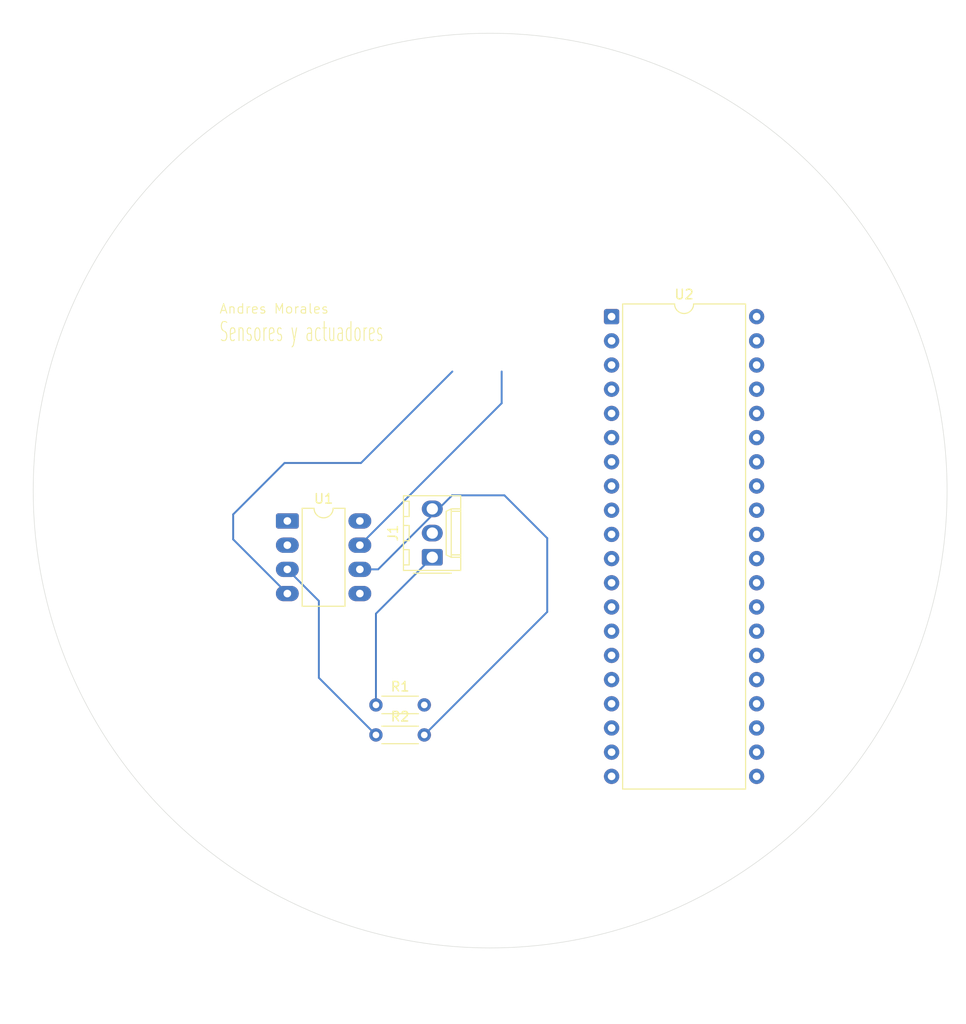
<source format=kicad_pcb>
(kicad_pcb (version 20241229) (generator "pcbnew") (generator_version "9.0")
  (layers (0 "F.Cu" signal) (2 "B.Cu" signal) (13 "F.Paste" user) (15 "B.Paste" user) (5 "F.SilkS" user "F.Silkscreen") (7 "B.SilkS" user "B.Silkscreen") (1 "F.Mask" user) (3 "B.Mask" user) (25 "Edge.Cuts" user))
  (net 0 "")
  (net 41 "Net-(J1-Pin_1)")
  (net 44 "+9V")
  (net 45 "GNDA")
  (net 46 "Net-(U1-+)")
  (net 47 "Net-(R2-Pad2)")
  (footprint "Connector_Molex:Molex_KK-254_AE-6410-03A_1x03_P2.54mm_Vertical" (layer "F.Cu") (at 137.92 84 90)
    (property "Reference" "J1" (at 2.54 -4.12 90) (layer "F.SilkS"))
    (property "Value" "Conn_01x03_Pin")
    (fp_line (start 6.46 -3.03) (end -1.38 -3.03) (stroke (width 0.12)) (layer "F.SilkS"))
    (fp_line (start 4.28 -3.03) (end 4.28 -2.43) (stroke (width 0.12)) (layer "F.SilkS"))
    (fp_line (start 1.74 -3.03) (end 1.74 -2.43) (stroke (width 0.12)) (layer "F.SilkS"))
    (fp_line (start -0.8 -3.03) (end -0.8 -2.43) (stroke (width 0.12)) (layer "F.SilkS"))
    (fp_line (start -1.38 -3.03) (end -1.38 2.99) (stroke (width 0.12)) (layer "F.SilkS"))
    (fp_line (start 5.88 -2.43) (end 5.88 -3.03) (stroke (width 0.12)) (layer "F.SilkS"))
    (fp_line (start 4.28 -2.43) (end 5.88 -2.43) (stroke (width 0.12)) (layer "F.SilkS"))
    (fp_line (start 3.34 -2.43) (end 3.34 -3.03) (stroke (width 0.12)) (layer "F.SilkS"))
    (fp_line (start 1.74 -2.43) (end 3.34 -2.43) (stroke (width 0.12)) (layer "F.SilkS"))
    (fp_line (start 0.8 -2.43) (end 0.8 -3.03) (stroke (width 0.12)) (layer "F.SilkS"))
    (fp_line (start -0.8 -2.43) (end 0.8 -2.43) (stroke (width 0.12)) (layer "F.SilkS"))
    (fp_line (start -1.67 -2) (end -1.67 2) (stroke (width 0.12)) (layer "F.SilkS"))
    (fp_line (start 4.83 1.46) (end 5.08 1.99) (stroke (width 0.12)) (layer "F.SilkS"))
    (fp_line (start 0.25 1.46) (end 4.83 1.46) (stroke (width 0.12)) (layer "F.SilkS"))
    (fp_line (start 5.08 1.99) (end 5.08 2.99) (stroke (width 0.12)) (layer "F.SilkS"))
    (fp_line (start 0 1.99) (end 0.25 1.46) (stroke (width 0.12)) (layer "F.SilkS"))
    (fp_line (start 0 1.99) (end 5.08 1.99) (stroke (width 0.12)) (layer "F.SilkS"))
    (fp_line (start 6.46 2.99) (end 6.46 -3.03) (stroke (width 0.12)) (layer "F.SilkS"))
    (fp_line (start 4.83 2.99) (end 4.83 1.99) (stroke (width 0.12)) (layer "F.SilkS"))
    (fp_line (start 0.25 2.99) (end 0.25 1.99) (stroke (width 0.12)) (layer "F.SilkS"))
    (fp_line (start 0 2.99) (end 0 1.99) (stroke (width 0.12)) (layer "F.SilkS"))
    (fp_line (start -1.38 2.99) (end 6.46 2.99) (stroke (width 0.12)) (layer "F.SilkS"))
    (pad "1" thru_hole roundrect (at 0 0 90) (size 1.74 2.19) (drill 1.19) (layers "*.Cu" "*.Mask") (roundrect_rratio 0.143678) (net 41 "Net-(J1-Pin_1)"))
    (pad "2" thru_hole oval (at 2.54 0 90) (size 1.74 2.19) (drill 1.19) (layers "*.Cu" "*.Mask"))
    (pad "3" thru_hole oval (at 5.08 0 90) (size 1.74 2.19) (drill 1.19) (layers "*.Cu" "*.Mask"))
  )
  (footprint "Resistor_THT:R_Axial_DIN0204_L3.6mm_D1.6mm_P5.08mm_Horizontal" (layer "F.Cu") (at 132 99.5)
    (property "Reference" "R1" (at 2.54 -1.92 0) (layer "F.SilkS"))
    (property "Value" "R")
    (fp_line (start 0.62 -0.92) (end 4.46 -0.92) (stroke (width 0.12)) (layer "F.SilkS"))
    (fp_line (start 0.62 0.92) (end 4.46 0.92) (stroke (width 0.12)) (layer "F.SilkS"))
    (pad "1" thru_hole circle (at 0 0) (size 1.4 1.4) (drill 0.7) (layers "*.Cu" "*.Mask") (net 41 "Net-(J1-Pin_1)"))
    (pad "2" thru_hole circle (at 5.08 0) (size 1.4 1.4) (drill 0.7) (layers "*.Cu" "*.Mask") (net 46 "Net-(U1-+)"))
  )
  (footprint "Resistor_THT:R_Axial_DIN0204_L3.6mm_D1.6mm_P5.08mm_Horizontal" (layer "F.Cu") (at 132 102.65)
    (property "Reference" "R2" (at 2.54 -1.92 0) (layer "F.SilkS"))
    (property "Value" "R")
    (fp_line (start 0.62 -0.92) (end 4.46 -0.92) (stroke (width 0.12)) (layer "F.SilkS"))
    (fp_line (start 0.62 0.92) (end 4.46 0.92) (stroke (width 0.12)) (layer "F.SilkS"))
    (pad "1" thru_hole circle (at 0 0) (size 1.4 1.4) (drill 0.7) (layers "*.Cu" "*.Mask") (net 46 "Net-(U1-+)"))
    (pad "2" thru_hole circle (at 5.08 0) (size 1.4 1.4) (drill 0.7) (layers "*.Cu" "*.Mask") (net 47 "Net-(R2-Pad2)"))
  )
  (footprint "Package_DIP:DIP-8_W7.62mm_LongPads" (layer "F.Cu") (at 122.69 80.19)
    (property "Reference" "U1" (at 3.81 -2.33 0) (layer "F.SilkS"))
    (property "Value" "LM741")
    (fp_line (start 1.56 -1.33) (end 1.56 8.95) (stroke (width 0.12)) (layer "F.SilkS"))
    (fp_line (start 1.56 8.95) (end 6.06 8.95) (stroke (width 0.12)) (layer "F.SilkS"))
    (fp_line (start 2.81 -1.33) (end 1.56 -1.33) (stroke (width 0.12)) (layer "F.SilkS"))
    (fp_line (start 6.06 -1.33) (end 4.81 -1.33) (stroke (width 0.12)) (layer "F.SilkS"))
    (fp_line (start 6.06 8.95) (end 6.06 -1.33) (stroke (width 0.12)) (layer "F.SilkS"))
    (fp_arc (start 4.81 -1.33) (mid 3.81 -0.33) (end 2.81 -1.33) (stroke (width 0.12)) (layer "F.SilkS"))
    (pad "1" thru_hole roundrect (at 0 0) (size 2.4 1.6) (drill 0.8) (layers "*.Cu" "*.Mask") (roundrect_rratio 0.15625))
    (pad "2" thru_hole oval (at 0 2.54) (size 2.4 1.6) (drill 0.8) (layers "*.Cu" "*.Mask"))
    (pad "3" thru_hole oval (at 0 5.08) (size 2.4 1.6) (drill 0.8) (layers "*.Cu" "*.Mask") (net 46 "Net-(U1-+)"))
    (pad "4" thru_hole oval (at 0 7.62) (size 2.4 1.6) (drill 0.8) (layers "*.Cu" "*.Mask") (net 45 "GNDA"))
    (pad "5" thru_hole oval (at 7.62 7.62) (size 2.4 1.6) (drill 0.8) (layers "*.Cu" "*.Mask"))
    (pad "6" thru_hole oval (at 7.62 5.08) (size 2.4 1.6) (drill 0.8) (layers "*.Cu" "*.Mask") (net 47 "Net-(R2-Pad2)"))
    (pad "7" thru_hole oval (at 7.62 2.54) (size 2.4 1.6) (drill 0.8) (layers "*.Cu" "*.Mask") (net 44 "+9V"))
    (pad "8" thru_hole oval (at 7.62 0) (size 2.4 1.6) (drill 0.8) (layers "*.Cu" "*.Mask"))
  )
  (footprint "Package_DIP:DIP-40_W15.24mm" (layer "F.Cu") (at 156.76 58.74)
    (property "Reference" "U2" (at 7.62 -2.33 0) (layer "F.SilkS"))
    (property "Value" "PIC18F4550-IP")
    (fp_line (start 1.16 -1.33) (end 1.16 49.59) (stroke (width 0.12)) (layer "F.SilkS"))
    (fp_line (start 1.16 49.59) (end 14.08 49.59) (stroke (width 0.12)) (layer "F.SilkS"))
    (fp_line (start 6.62 -1.33) (end 1.16 -1.33) (stroke (width 0.12)) (layer "F.SilkS"))
    (fp_line (start 14.08 -1.33) (end 8.62 -1.33) (stroke (width 0.12)) (layer "F.SilkS"))
    (fp_line (start 14.08 49.59) (end 14.08 -1.33) (stroke (width 0.12)) (layer "F.SilkS"))
    (fp_arc (start 8.62 -1.33) (mid 7.62 -0.33) (end 6.62 -1.33) (stroke (width 0.12)) (layer "F.SilkS"))
    (pad "1" thru_hole roundrect (at 0 0) (size 1.6 1.6) (drill 0.8) (layers "*.Cu" "*.Mask") (roundrect_rratio 0.15625))
    (pad "2" thru_hole circle (at 0 2.54) (size 1.6 1.6) (drill 0.8) (layers "*.Cu" "*.Mask"))
    (pad "3" thru_hole circle (at 0 5.08) (size 1.6 1.6) (drill 0.8) (layers "*.Cu" "*.Mask"))
    (pad "4" thru_hole circle (at 0 7.62) (size 1.6 1.6) (drill 0.8) (layers "*.Cu" "*.Mask"))
    (pad "5" thru_hole circle (at 0 10.16) (size 1.6 1.6) (drill 0.8) (layers "*.Cu" "*.Mask"))
    (pad "6" thru_hole circle (at 0 12.7) (size 1.6 1.6) (drill 0.8) (layers "*.Cu" "*.Mask"))
    (pad "7" thru_hole circle (at 0 15.24) (size 1.6 1.6) (drill 0.8) (layers "*.Cu" "*.Mask"))
    (pad "8" thru_hole circle (at 0 17.78) (size 1.6 1.6) (drill 0.8) (layers "*.Cu" "*.Mask"))
    (pad "9" thru_hole circle (at 0 20.32) (size 1.6 1.6) (drill 0.8) (layers "*.Cu" "*.Mask"))
    (pad "10" thru_hole circle (at 0 22.86) (size 1.6 1.6) (drill 0.8) (layers "*.Cu" "*.Mask"))
    (pad "11" thru_hole circle (at 0 25.4) (size 1.6 1.6) (drill 0.8) (layers "*.Cu" "*.Mask"))
    (pad "12" thru_hole circle (at 0 27.94) (size 1.6 1.6) (drill 0.8) (layers "*.Cu" "*.Mask"))
    (pad "13" thru_hole circle (at 0 30.48) (size 1.6 1.6) (drill 0.8) (layers "*.Cu" "*.Mask"))
    (pad "14" thru_hole circle (at 0 33.02) (size 1.6 1.6) (drill 0.8) (layers "*.Cu" "*.Mask"))
    (pad "15" thru_hole circle (at 0 35.56) (size 1.6 1.6) (drill 0.8) (layers "*.Cu" "*.Mask"))
    (pad "16" thru_hole circle (at 0 38.1) (size 1.6 1.6) (drill 0.8) (layers "*.Cu" "*.Mask"))
    (pad "17" thru_hole circle (at 0 40.64) (size 1.6 1.6) (drill 0.8) (layers "*.Cu" "*.Mask"))
    (pad "18" thru_hole circle (at 0 43.18) (size 1.6 1.6) (drill 0.8) (layers "*.Cu" "*.Mask"))
    (pad "19" thru_hole circle (at 0 45.72) (size 1.6 1.6) (drill 0.8) (layers "*.Cu" "*.Mask"))
    (pad "20" thru_hole circle (at 0 48.26) (size 1.6 1.6) (drill 0.8) (layers "*.Cu" "*.Mask"))
    (pad "21" thru_hole circle (at 15.24 48.26) (size 1.6 1.6) (drill 0.8) (layers "*.Cu" "*.Mask"))
    (pad "22" thru_hole circle (at 15.24 45.72) (size 1.6 1.6) (drill 0.8) (layers "*.Cu" "*.Mask"))
    (pad "23" thru_hole circle (at 15.24 43.18) (size 1.6 1.6) (drill 0.8) (layers "*.Cu" "*.Mask"))
    (pad "24" thru_hole circle (at 15.24 40.64) (size 1.6 1.6) (drill 0.8) (layers "*.Cu" "*.Mask"))
    (pad "25" thru_hole circle (at 15.24 38.1) (size 1.6 1.6) (drill 0.8) (layers "*.Cu" "*.Mask"))
    (pad "26" thru_hole circle (at 15.24 35.56) (size 1.6 1.6) (drill 0.8) (layers "*.Cu" "*.Mask"))
    (pad "27" thru_hole circle (at 15.24 33.02) (size 1.6 1.6) (drill 0.8) (layers "*.Cu" "*.Mask"))
    (pad "28" thru_hole circle (at 15.24 30.48) (size 1.6 1.6) (drill 0.8) (layers "*.Cu" "*.Mask"))
    (pad "29" thru_hole circle (at 15.24 27.94) (size 1.6 1.6) (drill 0.8) (layers "*.Cu" "*.Mask"))
    (pad "30" thru_hole circle (at 15.24 25.4) (size 1.6 1.6) (drill 0.8) (layers "*.Cu" "*.Mask"))
    (pad "31" thru_hole circle (at 15.24 22.86) (size 1.6 1.6) (drill 0.8) (layers "*.Cu" "*.Mask"))
    (pad "32" thru_hole circle (at 15.24 20.32) (size 1.6 1.6) (drill 0.8) (layers "*.Cu" "*.Mask"))
    (pad "33" thru_hole circle (at 15.24 17.78) (size 1.6 1.6) (drill 0.8) (layers "*.Cu" "*.Mask"))
    (pad "34" thru_hole circle (at 15.24 15.24) (size 1.6 1.6) (drill 0.8) (layers "*.Cu" "*.Mask"))
    (pad "35" thru_hole circle (at 15.24 12.7) (size 1.6 1.6) (drill 0.8) (layers "*.Cu" "*.Mask"))
    (pad "36" thru_hole circle (at 15.24 10.16) (size 1.6 1.6) (drill 0.8) (layers "*.Cu" "*.Mask"))
    (pad "37" thru_hole circle (at 15.24 7.62) (size 1.6 1.6) (drill 0.8) (layers "*.Cu" "*.Mask"))
    (pad "38" thru_hole circle (at 15.24 5.08) (size 1.6 1.6) (drill 0.8) (layers "*.Cu" "*.Mask"))
    (pad "39" thru_hole circle (at 15.24 2.54) (size 1.6 1.6) (drill 0.8) (layers "*.Cu" "*.Mask"))
    (pad "40" thru_hole circle (at 15.24 0) (size 1.6 1.6) (drill 0.8) (layers "*.Cu" "*.Mask"))
  )
  (gr_circle (center 144 77) (end 183 49) (stroke (width 0.05)) (fill no) (layer "Edge.Cuts"))
  (gr_text "Andres Morales" (at 115.5 58.5 0) (layer "F.SilkS") (effects (font (size 1 1) (thickness 0.1)) (justify left bottom)))
  (gr_text "Sensores y actuadores\n" (at 115.5 61.5 0) (layer "F.SilkS") (effects (font (size 2 1) (thickness 0.1)) (justify left bottom)))
  (segment (start 132 99.5) (end 132 89.92) (width 0.2) (layer "B.Cu") (net 41))
  (segment (start 132 89.92) (end 137.92 84) (width 0.2) (layer "B.Cu") (net 41))
  (segment (start 145.21 67.83) (end 130.31 82.73) (width 0.2) (layer "B.Cu") (net 44))
  (segment (start 145.21 64.5) (end 145.21 67.83) (width 0.2) (layer "B.Cu") (net 44))
  (segment (start 117 79.5) (end 122.399 74.101) (width 0.2) (layer "B.Cu") (net 45))
  (segment (start 122.399 74.101) (end 130.429 74.101) (width 0.2) (layer "B.Cu") (net 45))
  (segment (start 117 82.12) (end 117 79.5) (width 0.2) (layer "B.Cu") (net 45))
  (segment (start 122.69 87.81) (end 117 82.12) (width 0.2) (layer "B.Cu") (net 45))
  (segment (start 130.429 74.101) (end 140.03 64.5) (width 0.2) (layer "B.Cu") (net 45))
  (segment (start 126 96.65) (end 126 88.58) (width 0.2) (layer "B.Cu") (net 46))
  (segment (start 132 102.65) (end 126 96.65) (width 0.2) (layer "B.Cu") (net 46))
  (segment (start 126 88.58) (end 122.69 85.27) (width 0.2) (layer "B.Cu") (net 46))
  (segment (start 145.5 77.5) (end 140 77.5) (width 0.2) (layer "B.Cu") (net 47))
  (segment (start 150 89.73) (end 150 82) (width 0.2) (layer "B.Cu") (net 47))
  (segment (start 132.23 85.27) (end 130.31 85.27) (width 0.2) (layer "B.Cu") (net 47))
  (segment (start 137.08 102.65) (end 150 89.73) (width 0.2) (layer "B.Cu") (net 47))
  (segment (start 150 82) (end 145.5 77.5) (width 0.2) (layer "B.Cu") (net 47))
  (segment (start 140 77.5) (end 132.23 85.27) (width 0.2) (layer "B.Cu") (net 47))
)
</source>
